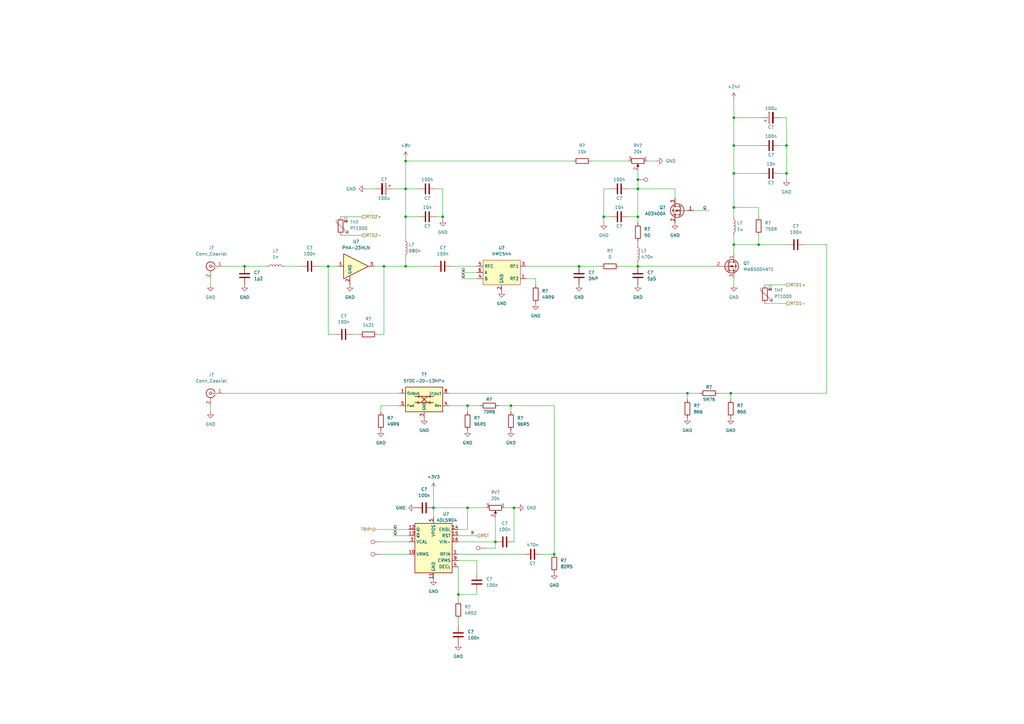
<source format=kicad_sch>
(kicad_sch (version 20211123) (generator eeschema)
  (paper "A3")
  (title_block (title "Usilitel") (date "2022-07-12") (rev "0.1") (company "M-Labs") (comment 1 "Wideband power amplifier") (comment 3 "a.k.a. topquark12") (comment 4 "Alex Wong Tat Hang"))
  (lib_symbols
    (symbol "Connector:Conn_Coaxial" (pin_names (offset 1.016) hide)
      (property "Reference" "J" (at 0.254 3.048 0))
      (property "Value" "Conn_Coaxial" (at 2.921 0 90))
      (symbol "Conn_Coaxial_0_1"
        (arc (start -1.778 -0.508) (mid 0.222 -1.808) (end 1.778 0) (stroke (width 0.254)))
        (polyline (pts (xy -2.54 0) (xy -0.508 0)))
        (polyline (pts (xy 0 -2.54) (xy 0 -1.778)))
        (circle (center 0 0) (radius 0.508) (stroke (width 0.2032)))
        (arc (start 1.778 0) (mid 0.222 1.8083) (end -1.778 0.508) (stroke (width 0.254)))
      )
      (symbol "Conn_Coaxial_1_1"
        (pin passive line (at -5.08 0 0) (length 2.54) (name "In") (number "1"))
        (pin passive line (at 0 -5.08 90) (length 2.54) (name "Ext") (number "2"))
      )
    )
    (symbol "Connector:TestPoint" (pin_numbers hide) (pin_names (offset 0.762) hide)
      (property "Reference" "TP" (at 0 6.858 0))
      (property "Value" "TestPoint" (at 0 5.08 0))
      (symbol "TestPoint_0_1"
        (circle (center 0 3.302) (radius 0.762))
      )
      (symbol "TestPoint_1_1"
        (pin passive line (at 0 0 90) (length 2.54) (name "1") (number "1"))
      )
    )
    (symbol "Device:C" (pin_numbers hide) (pin_names (offset 0.254))
      (property "Reference" "C" (at 0.635 2.54 0))
      (property "Value" "C" (at 0.635 -2.54 0))
      (symbol "C_0_1"
        (polyline (pts (xy -2.032 -0.762) (xy 2.032 -0.762)) (stroke (width 0.508)))
        (polyline (pts (xy -2.032 0.762) (xy 2.032 0.762)) (stroke (width 0.508)))
      )
      (symbol "C_1_1"
        (pin passive line (at 0 3.81 270) (length 2.794) (name "~") (number "1"))
        (pin passive line (at 0 -3.81 90) (length 2.794) (name "~") (number "2"))
      )
    )
    (symbol "Device:C_Polarized" (pin_numbers hide) (pin_names (offset 0.254))
      (property "Reference" "C" (at 0.635 2.54 0))
      (property "Value" "C_Polarized" (at 0.635 -2.54 0))
      (symbol "C_Polarized_0_1"
        (rectangle (start -2.286 0.508) (end 2.286 1.016))
        (polyline (pts (xy -1.778 2.286) (xy -0.762 2.286)))
        (polyline (pts (xy -1.27 2.794) (xy -1.27 1.778)))
        (rectangle (start 2.286 -0.508) (end -2.286 -1.016) (fill (type outline)))
      )
      (symbol "C_Polarized_1_1"
        (pin passive line (at 0 3.81 270) (length 2.794) (name "~") (number "1"))
        (pin passive line (at 0 -3.81 90) (length 2.794) (name "~") (number "2"))
      )
    )
    (symbol "Device:L" (pin_numbers hide) (pin_names (offset 1.016) hide)
      (property "Reference" "L" (at -1.27 0 90))
      (property "Value" "L" (at 1.905 0 90))
      (symbol "L_0_1"
        (arc (start 0 -2.54) (mid 0.635 -1.905) (end 0 -1.27))
        (arc (start 0 -1.27) (mid 0.635 -0.635) (end 0 0))
        (arc (start 0 0) (mid 0.635 0.635) (end 0 1.27))
        (arc (start 0 1.27) (mid 0.635 1.905) (end 0 2.54))
      )
      (symbol "L_1_1"
        (pin passive line (at 0 3.81 270) (length 1.27) (name "1") (number "1"))
        (pin passive line (at 0 -3.81 90) (length 1.27) (name "2") (number "2"))
      )
    )
    (symbol "Device:R" (pin_numbers hide) (pin_names (offset 0))
      (property "Reference" "R" (at 2.032 0 90))
      (property "Value" "R" (at 0 0 90))
      (symbol "R_0_1"
        (rectangle (start -1.016 -2.54) (end 1.016 2.54) (stroke (width 0.254)))
      )
      (symbol "R_1_1"
        (pin passive line (at 0 3.81 270) (length 1.27) (name "~") (number "1"))
        (pin passive line (at 0 -3.81 90) (length 1.27) (name "~") (number "2"))
      )
    )
    (symbol "Device:R_Potentiometer" (pin_names (offset 1.016) hide)
      (property "Reference" "RV" (at -4.445 0 90))
      (property "Value" "R_Potentiometer" (at -2.54 0 90))
      (symbol "R_Potentiometer_0_1"
        (polyline (pts (xy 2.54 0) (xy 1.524 0)))
        (polyline (pts (xy 1.143 0) (xy 2.286 0.508) (xy 2.286 -0.508) (xy 1.143 0)) (fill (type outline)))
        (rectangle (start 1.016 2.54) (end -1.016 -2.54) (stroke (width 0.254)))
      )
      (symbol "R_Potentiometer_1_1"
        (pin passive line (at 0 3.81 270) (length 1.27) (name "1") (number "1"))
        (pin passive line (at 3.81 0 180) (length 1.27) (name "2") (number "2"))
        (pin passive line (at 0 -3.81 90) (length 1.27) (name "3") (number "3"))
      )
    )
    (symbol "Device:Thermistor_PTC" (pin_numbers hide) (pin_names (offset 0))
      (property "Reference" "TH" (at -4.064 0 90))
      (property "Value" "Thermistor_PTC" (at 3.048 0 90))
      (symbol "Thermistor_PTC_0_1"
        (arc (start -3.048 2.159) (mid -3.0505 2.3165) (end -3.175 2.413))
        (arc (start -3.048 2.159) (mid -2.9736 1.9794) (end -2.794 1.905))
        (arc (start -3.048 2.794) (mid -2.9736 2.6144) (end -2.794 2.54))
        (arc (start -2.794 1.905) (mid -2.6144 1.9794) (end -2.54 2.159))
        (arc (start -2.794 2.54) (mid -2.434 2.5608) (end -2.159 2.794))
        (arc (start -2.794 3.048) (mid -2.9736 2.9736) (end -3.048 2.794))
        (arc (start -2.54 2.794) (mid -2.6144 2.9736) (end -2.794 3.048))
        (rectangle (start -1.016 2.54) (end 1.016 -2.54) (stroke (width 0.254)))
        (polyline (pts (xy -2.54 2.159) (xy -2.54 2.794)))
        (polyline (pts (xy -1.778 2.54) (xy -1.778 1.524) (xy 1.778 -1.524) (xy 1.778 -2.54)))
        (polyline (pts (xy -2.54 -3.683) (xy -2.54 -1.397) (xy -2.794 -2.159) (xy -2.286 -2.159) (xy -2.54 -1.397) (xy -2.54 -1.651)) (fill (type outline)))
        (polyline (pts (xy -1.778 -3.683) (xy -1.778 -1.397) (xy -2.032 -2.159) (xy -1.524 -2.159) (xy -1.778 -1.397) (xy -1.778 -1.651)) (fill (type outline)))
      )
      (symbol "Thermistor_PTC_1_1"
        (pin passive line (at 0 3.81 270) (length 1.27) (name "~") (number "1"))
        (pin passive line (at 0 -3.81 90) (length 1.27) (name "~") (number "2"))
      )
    )
    (symbol "RF:ADL5904"
      (property "Reference" "U" (at -6.35 11.43 0))
      (property "Value" "ADL5904" (at 5.08 11.43 0))
      (symbol "ADL5904_0_1"
        (rectangle (start -7.62 10.16) (end 7.62 -10.16) (stroke (width 0.254)) (fill (type background)))
      )
      (symbol "ADL5904_1_1"
        (pin input line (at -10.16 -2.54 0) (length 2.54) (name "RFIN") (number "1"))
        (pin output line (at 10.16 -2.54 180) (length 2.54) (name "VRMS") (number "10"))
        (pin power_in line (at 0 -12.7 90) (length 2.54) (name "GND") (number "11"))
        (pin output line (at 10.16 7.62 180) (length 2.54) (name "Q") (number "12"))
        (pin output line (at 10.16 5.08 180) (length 2.54) (name "~{Q}") (number "13"))
        (pin input line (at -10.16 7.62 0) (length 2.54) (name "ENBL") (number "14"))
        (pin input line (at -10.16 5.08 0) (length 2.54) (name "RST") (number "15"))
        (pin input line (at -10.16 2.54 0) (length 2.54) (name "VIN-") (number "16"))
        (pin passive line (at 0 -12.7 90) (length 2.54) hide (name "GND") (number "17"))
        (pin no_connect line (at 7.62 0 180) (length 2.54) hide (name "DNC") (number "2"))
        (pin output line (at 10.16 2.54 180) (length 2.54) (name "VCAL") (number "3"))
        (pin passive line (at -10.16 -7.62 0) (length 2.54) (name "DECL") (number "4"))
        (pin power_in line (at 0 12.7 270) (length 2.54) (name "VPOS") (number "5"))
        (pin no_connect line (at 7.62 -5.08 180) (length 2.54) hide (name "DNC") (number "6"))
        (pin passive line (at 0 12.7 270) (length 2.54) hide (name "VPOS") (number "7"))
        (pin no_connect line (at 7.62 -7.62 180) (length 2.54) hide (name "DNC") (number "8"))
        (pin passive line (at -10.16 -5.08 0) (length 2.54) (name "CRMS") (number "9"))
      )
    )
    (symbol "RF_Amplifier:PHA-23HLN"
      (property "Reference" "U" (at -1.27 7.62 0))
      (property "Value" "PHA-23HLN" (at 2.54 5.08 0))
      (symbol "PHA-23HLN_0_1"
        (polyline (pts (xy 5.08 0) (xy -5.08 5.08) (xy -5.08 -5.08) (xy 5.08 0)) (stroke (width 0.254)) (fill (type background)))
      )
      (symbol "PHA-23HLN_1_1"
        (pin input line (at -7.62 0 0) (length 2.54) (name "~") (number "1"))
        (pin power_in line (at -2.54 -7.62 90) (length 3.81) (name "GND") (number "2"))
        (pin output line (at 7.62 0 180) (length 2.54) (name "~") (number "3"))
      )
    )
    (symbol "Transistor_FET:AO3400A" (pin_names hide)
      (property "Reference" "Q" (at 5.08 1.905 0))
      (property "Value" "AO3400A" (at 5.08 0 0))
      (symbol "AO3400A_0_1"
        (polyline (pts (xy 0.254 0) (xy -2.54 0)))
        (polyline (pts (xy 0.254 1.905) (xy 0.254 -1.905)) (stroke (width 0.254)))
        (polyline (pts (xy 0.762 -1.27) (xy 0.762 -2.286)) (stroke (width 0.254)))
        (polyline (pts (xy 0.762 0.508) (xy 0.762 -0.508)) (stroke (width 0.254)))
        (polyline (pts (xy 0.762 2.286) (xy 0.762 1.27)) (stroke (width 0.254)))
        (polyline (pts (xy 2.54 2.54) (xy 2.54 1.778)))
        (polyline (pts (xy 2.54 -2.54) (xy 2.54 0) (xy 0.762 0)))
        (polyline (pts (xy 0.762 -1.778) (xy 3.302 -1.778) (xy 3.302 1.778) (xy 0.762 1.778)))
        (polyline (pts (xy 1.016 0) (xy 2.032 0.381) (xy 2.032 -0.381) (xy 1.016 0)) (fill (type outline)))
        (polyline (pts (xy 2.794 0.508) (xy 2.921 0.381) (xy 3.683 0.381) (xy 3.81 0.254)))
        (polyline (pts (xy 3.302 0.381) (xy 2.921 -0.254) (xy 3.683 -0.254) (xy 3.302 0.381)))
        (circle (center 1.651 0) (radius 2.794) (stroke (width 0.254)))
        (circle (center 2.54 -1.778) (radius 0.254) (fill (type outline)))
        (circle (center 2.54 1.778) (radius 0.254) (fill (type outline)))
      )
      (symbol "AO3400A_1_1"
        (pin input line (at -5.08 0 0) (length 2.54) (name "G") (number "1"))
        (pin passive line (at 2.54 -5.08 90) (length 2.54) (name "S") (number "2"))
        (pin passive line (at 2.54 5.08 270) (length 2.54) (name "D") (number "3"))
      )
    )
    (symbol "power:+24V" (power) (pin_names (offset 0))
      (property "Value" "+24V" (at 0 3.556 0))
      (symbol "+24V_0_1"
        (polyline (pts (xy -0.762 1.27) (xy 0 2.54)))
        (polyline (pts (xy 0 0) (xy 0 2.54)))
        (polyline (pts (xy 0 2.54) (xy 0.762 1.27)))
      )
      (symbol "+24V_1_1"
        (pin power_in line (at 0 0 90) (length 0) hide (name "+24V") (number "1"))
      )
    )
    (symbol "power:+3V3" (power) (pin_names (offset 0))
      (property "Value" "+3V3" (at 0 3.556 0))
      (symbol "+3V3_0_1"
        (polyline (pts (xy -0.762 1.27) (xy 0 2.54)))
        (polyline (pts (xy 0 0) (xy 0 2.54)))
        (polyline (pts (xy 0 2.54) (xy 0.762 1.27)))
      )
      (symbol "+3V3_1_1"
        (pin power_in line (at 0 0 90) (length 0) hide (name "+3V3") (number "1"))
      )
    )
    (symbol "power:+8V" (power) (pin_names (offset 0))
      (property "Value" "+8V" (at 0 3.556 0))
      (symbol "+8V_0_1"
        (polyline (pts (xy -0.762 1.27) (xy 0 2.54)))
        (polyline (pts (xy 0 0) (xy 0 2.54)))
        (polyline (pts (xy 0 2.54) (xy 0.762 1.27)))
      )
      (symbol "+8V_1_1"
        (pin power_in line (at 0 0 90) (length 0) hide (name "+8V") (number "1"))
      )
    )
    (symbol "power:GND" (power) (pin_names (offset 0))
      (property "Value" "GND" (at 0 -3.81 0))
      (symbol "GND_0_1"
        (polyline (pts (xy 0 0) (xy 0 -1.27) (xy 1.27 -1.27) (xy 0 -2.54) (xy -1.27 -1.27) (xy 0 -1.27)))
      )
      (symbol "GND_1_1"
        (pin power_in line (at 0 0 270) (length 0) hide (name "GND") (number "1"))
      )
    )
    (symbol "usilitel:HMC544"
      (property "Reference" "U" (at 0 10.16 0))
      (property "Value" "HMC544" (at 0 7.62 0))
      (symbol "HMC544_0_0"
        (pin output line (at 10.16 -2.54 180) (length 2.54) (name "RF2") (number "1"))
        (pin power_in line (at 0 -7.62 90) (length 2.54) (name "GND") (number "2"))
        (pin output line (at 10.16 2.54 180) (length 2.54) (name "RF1") (number "3"))
        (pin input line (at -10.16 -2.54 0) (length 2.54) (name "B") (number "4"))
        (pin input line (at -10.16 2.54 0) (length 2.54) (name "RFC") (number "5"))
        (pin input line (at -10.16 0 0) (length 2.54) (name "A") (number "6"))
      )
      (symbol "HMC544_0_1"
        (rectangle (start -7.62 5.08) (end 7.62 -5.08) (fill (type background)))
      )
    )
    (symbol "usilitel:MW6S004NT1"
      (property "Reference" "Q" (at 10.16 2.54 0))
      (property "Value" "MW6S004NT1" (at 10.16 0 0))
      (symbol "MW6S004NT1_0_1"
        (circle (center -0.889 0) (radius 2.794) (stroke (width 0.254)))
        (circle (center 0 -1.778) (radius 0.254) (fill (type outline)))
        (polyline (pts (xy -2.286 0) (xy -5.08 0)))
        (polyline (pts (xy -2.286 1.905) (xy -2.286 -1.905)) (stroke (width 0.254)))
        (polyline (pts (xy -1.778 -1.27) (xy -1.778 -2.286)) (stroke (width 0.254)))
        (polyline (pts (xy -1.778 0.508) (xy -1.778 -0.508)) (stroke (width 0.254)))
        (polyline (pts (xy -1.778 2.286) (xy -1.778 1.27)) (stroke (width 0.254)))
        (polyline (pts (xy 0 2.54) (xy 0 1.778)))
        (polyline (pts (xy 0 -2.54) (xy 0 0) (xy -1.778 0)))
        (polyline (pts (xy -1.778 -1.778) (xy 0.762 -1.778) (xy 0.762 1.778) (xy -1.778 1.778)))
        (polyline (pts (xy -1.524 0) (xy -0.508 0.381) (xy -0.508 -0.381) (xy -1.524 0)) (fill (type outline)))
        (polyline (pts (xy 0.254 0.508) (xy 0.381 0.381) (xy 1.143 0.381) (xy 1.27 0.254)))
        (polyline (pts (xy 0.762 0.381) (xy 0.381 -0.254) (xy 1.143 -0.254) (xy 0.762 0.381)))
        (circle (center 0 1.778) (radius 0.254) (fill (type outline)))
      )
      (symbol "MW6S004NT1_1_1"
        (pin passive line (at 0 5.08 270) (length 2.54) (name "D") (number "1"))
        (pin input line (at -7.62 0 0) (length 2.54) (name "G") (number "2"))
        (pin passive line (at 0 -5.08 90) (length 2.54) (name "S") (number "3"))
        (pin passive line (at 0 -5.08 90) (length 2.54) hide (name "S") (number "4"))
      )
    )
    (symbol "usilitel:SYDC-20-13HP+"
      (property "Reference" "T" (at 0 10.16 0))
      (property "Value" "SYDC-20-13HP+" (at 0 7.62 0))
      (symbol "SYDC-20-13HP+_0_0"
        (pin power_in line (at 0 -7.62 90) (length 2.54) hide (name "GND") (number "7"))
        (pin input line (at -10.16 2.54 0) (length 2.54) (name "Input") (number "8"))
      )
      (symbol "SYDC-20-13HP+_0_1"
        (rectangle (start -7.62 5.08) (end 7.62 -5.08) (stroke (width 0.254)) (fill (type background)))
      )
      (symbol "SYDC-20-13HP+_1_1"
        (polyline (pts (xy -3.81 -1.27) (xy 3.81 -1.27)) (stroke (width 0.254)))
        (polyline (pts (xy -3.81 1.27) (xy 3.81 1.27)) (stroke (width 0.254)))
        (polyline (pts (xy -2.54 -1.27) (xy -2.032 -1.778)) (stroke (width 0.254)))
        (polyline (pts (xy -2.54 1.778) (xy -2.032 1.27)) (stroke (width 0.254)))
        (polyline (pts (xy -2.032 -0.762) (xy -2.54 -1.27)) (stroke (width 0.254)))
        (polyline (pts (xy -2.032 1.27) (xy -2.54 0.762)) (stroke (width 0.254)))
        (polyline (pts (xy -1.27 1.27) (xy 1.27 -1.27)) (stroke (width 0.254)))
        (polyline (pts (xy 1.27 1.27) (xy -1.27 -1.27)) (stroke (width 0.254)))
        (polyline (pts (xy 2.032 1.778) (xy 2.54 1.27)) (stroke (width 0.254)))
        (polyline (pts (xy 2.286 -0.762) (xy 2.794 -1.27)) (stroke (width 0.254)))
        (polyline (pts (xy 2.54 1.27) (xy 2.032 0.762)) (stroke (width 0.254)))
        (polyline (pts (xy 2.794 -1.27) (xy 2.286 -1.778)) (stroke (width 0.254)))
        (pin output line (at 10.16 2.54 180) (length 2.54) (name "Output") (number "1"))
        (pin power_in line (at 0 -7.62 90) (length 2.54) hide (name "GND") (number "2"))
        (pin power_in line (at 0 -7.62 90) (length 2.54) (name "GND") (number "3"))
        (pin output line (at -10.16 -2.54 0) (length 2.54) (name "Rev") (number "4"))
        (pin output line (at 10.16 -2.54 180) (length 2.54) (name "Fwd") (number "5"))
        (pin power_in line (at 0 -7.62 90) (length 2.54) hide (name "GND") (number "6"))
      )
    )
  )
  (junction (at 300.99 100.33))
  (junction (at 166.37 88.9))
  (junction (at 322.58 59.69))
  (junction (at 227.33 227.33))
  (junction (at 261.62 109.22))
  (junction (at 203.2 222.25))
  (junction (at 166.37 66.04))
  (junction (at 237.49 109.22))
  (junction (at 247.65 88.9))
  (junction (at 261.62 73.66))
  (junction (at 300.99 71.12))
  (junction (at 299.72 161.29))
  (junction (at 210.82 208.28))
  (junction (at 261.62 77.47))
  (junction (at 191.77 208.28))
  (junction (at 157.48 109.22))
  (junction (at 281.94 161.29))
  (junction (at 191.77 166.37))
  (junction (at 300.99 48.26))
  (junction (at 261.62 88.9))
  (junction (at 181.61 88.9))
  (junction (at 100.33 109.22))
  (junction (at 187.96 243.84))
  (junction (at 300.99 85.09))
  (junction (at 322.58 71.12))
  (junction (at 166.37 77.47))
  (junction (at 134.62 109.22))
  (junction (at 209.55 166.37))
  (junction (at 166.37 109.22))
  (junction (at 177.8 208.28))
  (junction (at 311.15 100.33))
  (junction (at 300.99 59.69))
  (wire (pts (xy 191.77 217.17) (xy 187.96 217.17)))
  (wire (pts (xy 156.21 222.25) (xy 167.64 222.25)))
  (wire (pts (xy 156.21 227.33) (xy 167.64 227.33)))
  (wire (pts (xy 189.23 114.3) (xy 195.58 114.3)))
  (wire (pts (xy 130.81 109.22) (xy 134.62 109.22)))
  (wire (pts (xy 86.36 168.91) (xy 86.36 166.37)))
  (wire (pts (xy 177.8 208.28) (xy 191.77 208.28)))
  (wire (pts (xy 195.58 242.57) (xy 195.58 243.84)))
  (wire (pts (xy 281.94 161.29) (xy 281.94 163.83)))
  (wire (pts (xy 299.72 161.29) (xy 339.09 161.29)))
  (wire (pts (xy 204.47 166.37) (xy 209.55 166.37)))
  (wire (pts (xy 139.7 96.52) (xy 148.59 96.52)))
  (wire (pts (xy 261.62 77.47) (xy 261.62 88.9)))
  (wire (pts (xy 187.96 232.41) (xy 187.96 243.84)))
  (wire (pts (xy 209.55 166.37) (xy 209.55 168.91)))
  (wire (pts (xy 181.61 88.9) (xy 181.61 77.47)))
  (wire (pts (xy 177.8 200.66) (xy 177.8 208.28)))
  (wire (pts (xy 222.25 227.33) (xy 227.33 227.33)))
  (wire (pts (xy 300.99 96.52) (xy 300.99 100.33)))
  (wire (pts (xy 276.86 77.47) (xy 276.86 81.28)))
  (wire (pts (xy 300.99 71.12) (xy 312.42 71.12)))
  (wire (pts (xy 157.48 137.16) (xy 157.48 109.22)))
  (wire (pts (xy 187.96 229.87) (xy 195.58 229.87)))
  (wire (pts (xy 166.37 88.9) (xy 171.45 88.9)))
  (wire (pts (xy 300.99 40.64) (xy 300.99 48.26)))
  (wire (pts (xy 300.99 48.26) (xy 300.99 59.69)))
  (wire (pts (xy 144.78 137.16) (xy 147.32 137.16)))
  (wire (pts (xy 247.65 77.47) (xy 247.65 88.9)))
  (wire (pts (xy 137.16 137.16) (xy 134.62 137.16)))
  (wire (pts (xy 100.33 109.22) (xy 109.22 109.22)))
  (wire (pts (xy 284.48 86.36) (xy 290.83 86.36)))
  (wire (pts (xy 139.7 88.9) (xy 148.59 88.9)))
  (wire (pts (xy 134.62 109.22) (xy 138.43 109.22)))
  (wire (pts (xy 311.15 85.09) (xy 300.99 85.09)))
  (wire (pts (xy 154.94 137.16) (xy 157.48 137.16)))
  (wire (pts (xy 166.37 109.22) (xy 177.8 109.22)))
  (wire (pts (xy 242.57 66.04) (xy 257.81 66.04)))
  (wire (pts (xy 177.8 208.28) (xy 177.8 212.09)))
  (wire (pts (xy 86.36 116.84) (xy 86.36 114.3)))
  (wire (pts (xy 261.62 107.95) (xy 261.62 109.22)))
  (wire (pts (xy 187.96 222.25) (xy 203.2 222.25)))
  (wire (pts (xy 166.37 77.47) (xy 171.45 77.47)))
  (wire (pts (xy 265.43 66.04) (xy 269.24 66.04)))
  (wire (pts (xy 166.37 88.9) (xy 166.37 77.47)))
  (wire (pts (xy 300.99 59.69) (xy 312.42 59.69)))
  (wire (pts (xy 161.29 77.47) (xy 166.37 77.47)))
  (wire (pts (xy 261.62 69.85) (xy 261.62 73.66)))
  (wire (pts (xy 339.09 161.29) (xy 339.09 100.33)))
  (wire (pts (xy 184.15 166.37) (xy 191.77 166.37)))
  (wire (pts (xy 330.2 100.33) (xy 339.09 100.33)))
  (wire (pts (xy 311.15 96.52) (xy 311.15 100.33)))
  (wire (pts (xy 187.96 243.84) (xy 195.58 243.84)))
  (wire (pts (xy 210.82 208.28) (xy 210.82 222.25)))
  (wire (pts (xy 261.62 99.06) (xy 261.62 100.33)))
  (wire (pts (xy 203.2 224.79) (xy 203.2 222.25)))
  (wire (pts (xy 187.96 243.84) (xy 187.96 246.38)))
  (wire (pts (xy 311.15 100.33) (xy 322.58 100.33)))
  (wire (pts (xy 161.29 219.71) (xy 167.64 219.71)))
  (wire (pts (xy 207.01 208.28) (xy 210.82 208.28)))
  (wire (pts (xy 320.04 48.26) (xy 322.58 48.26)))
  (wire (pts (xy 234.95 66.04) (xy 166.37 66.04)))
  (wire (pts (xy 247.65 88.9) (xy 247.65 91.44)))
  (wire (pts (xy 181.61 77.47) (xy 179.07 77.47)))
  (wire (pts (xy 254 109.22) (xy 261.62 109.22)))
  (wire (pts (xy 281.94 161.29) (xy 287.02 161.29)))
  (wire (pts (xy 166.37 88.9) (xy 166.37 97.79)))
  (wire (pts (xy 257.81 88.9) (xy 261.62 88.9)))
  (wire (pts (xy 300.99 100.33) (xy 311.15 100.33)))
  (wire (pts (xy 181.61 88.9) (xy 181.61 90.17)))
  (wire (pts (xy 294.64 161.29) (xy 299.72 161.29)))
  (wire (pts (xy 261.62 77.47) (xy 276.86 77.47)))
  (wire (pts (xy 320.04 59.69) (xy 322.58 59.69)))
  (wire (pts (xy 215.9 114.3) (xy 219.71 114.3)))
  (wire (pts (xy 157.48 109.22) (xy 153.67 109.22)))
  (wire (pts (xy 210.82 208.28) (xy 212.09 208.28)))
  (wire (pts (xy 261.62 73.66) (xy 261.62 77.47)))
  (wire (pts (xy 157.48 109.22) (xy 166.37 109.22)))
  (wire (pts (xy 300.99 85.09) (xy 300.99 88.9)))
  (wire (pts (xy 322.58 59.69) (xy 322.58 71.12)))
  (wire (pts (xy 313.69 124.46) (xy 322.58 124.46)))
  (wire (pts (xy 203.2 212.09) (xy 203.2 222.25)))
  (wire (pts (xy 312.42 48.26) (xy 300.99 48.26)))
  (wire (pts (xy 191.77 208.28) (xy 199.39 208.28)))
  (wire (pts (xy 300.99 100.33) (xy 300.99 104.14)))
  (wire (pts (xy 215.9 109.22) (xy 237.49 109.22)))
  (wire (pts (xy 322.58 71.12) (xy 320.04 71.12)))
  (wire (pts (xy 195.58 229.87) (xy 195.58 234.95)))
  (wire (pts (xy 191.77 208.28) (xy 191.77 217.17)))
  (wire (pts (xy 134.62 137.16) (xy 134.62 109.22)))
  (wire (pts (xy 187.96 227.33) (xy 214.63 227.33)))
  (wire (pts (xy 156.21 168.91) (xy 156.21 166.37)))
  (wire (pts (xy 299.72 161.29) (xy 299.72 163.83)))
  (wire (pts (xy 199.39 224.79) (xy 203.2 224.79)))
  (wire (pts (xy 247.65 88.9) (xy 250.19 88.9)))
  (wire (pts (xy 227.33 227.33) (xy 227.33 166.37)))
  (wire (pts (xy 300.99 59.69) (xy 300.99 71.12)))
  (wire (pts (xy 166.37 64.77) (xy 166.37 66.04)))
  (wire (pts (xy 191.77 166.37) (xy 196.85 166.37)))
  (wire (pts (xy 227.33 166.37) (xy 209.55 166.37)))
  (wire (pts (xy 311.15 88.9) (xy 311.15 85.09)))
  (wire (pts (xy 322.58 48.26) (xy 322.58 59.69)))
  (wire (pts (xy 179.07 88.9) (xy 181.61 88.9)))
  (wire (pts (xy 153.67 217.17) (xy 167.64 217.17)))
  (wire (pts (xy 300.99 114.3) (xy 300.99 116.84)))
  (wire (pts (xy 219.71 114.3) (xy 219.71 116.84)))
  (wire (pts (xy 91.44 161.29) (xy 163.83 161.29)))
  (wire (pts (xy 313.69 116.84) (xy 322.58 116.84)))
  (wire (pts (xy 166.37 105.41) (xy 166.37 109.22)))
  (wire (pts (xy 156.21 166.37) (xy 163.83 166.37)))
  (wire (pts (xy 257.81 77.47) (xy 261.62 77.47)))
  (wire (pts (xy 116.84 109.22) (xy 123.19 109.22)))
  (wire (pts (xy 250.19 77.47) (xy 247.65 77.47)))
  (wire (pts (xy 261.62 109.22) (xy 293.37 109.22)))
  (wire (pts (xy 191.77 166.37) (xy 191.77 168.91)))
  (wire (pts (xy 237.49 109.22) (xy 246.38 109.22)))
  (wire (pts (xy 300.99 71.12) (xy 300.99 85.09)))
  (wire (pts (xy 185.42 109.22) (xy 195.58 109.22)))
  (wire (pts (xy 166.37 66.04) (xy 166.37 77.47)))
  (wire (pts (xy 187.96 254) (xy 187.96 256.54)))
  (wire (pts (xy 187.96 219.71) (xy 195.58 219.71)))
  (wire (pts (xy 261.62 88.9) (xy 261.62 91.44)))
  (wire (pts (xy 149.86 77.47) (xy 153.67 77.47)))
  (wire (pts (xy 91.44 109.22) (xy 100.33 109.22)))
  (wire (pts (xy 189.23 111.76) (xy 195.58 111.76)))
  (wire (pts (xy 322.58 71.12) (xy 322.58 73.66)))
  (wire (pts (xy 184.15 161.29) (xy 281.94 161.29)))
  (label "Q" (at 189.23 111.76 0))
  (label "~{Q}" (at 189.23 114.3 0))
  (label "Q" (at 288.29 86.36 0))
  (label "~{Q}" (at 161.29 219.71 0))
  (label "Q" (at 161.29 217.17 0))
  (label "R" (at 193.04 219.71 0))
  (hierarchical_label "RTD2-" (shape passive) (at 148.59 96.52 0))
  (hierarchical_label "RTD1+" (shape passive) (at 322.58 116.84 0))
  (hierarchical_label "RTD1-" (shape passive) (at 322.58 124.46 0))
  (hierarchical_label "RTD2+" (shape passive) (at 148.59 88.9 0))
  (hierarchical_label "RST" (shape input) (at 195.58 219.71 0))
  (hierarchical_label "TRIP" (shape output) (at 153.67 217.17 180))
  (symbol (lib_id "Device:L") (at 166.37 101.6 0) (unit 1)
    (property "Reference" "L?" (at 167.64 100.3299 0) (effects (justify left)))
    (property "Value" "680n" (at 167.64 102.8699 0) (effects (justify left)))
  )
  (symbol (lib_id "power:GND") (at 86.36 168.91 0) (unit 1)
    (property "Reference" "#PWR?" (effects hide))
    (property "Value" "GND" (at 86.36 173.99 0))
  )
  (symbol (lib_id "power:GND") (at 300.99 116.84 0) (unit 1)
    (property "Reference" "#PWR?" (effects hide))
    (property "Value" "GND" (at 300.99 121.92 0))
  )
  (symbol (lib_id "power:GND") (at 177.8 237.49 0) (unit 1)
    (property "Reference" "#PWR?" (effects hide))
    (property "Value" "GND" (at 177.8 242.57 0))
  )
  (symbol (lib_id "RF_Amplifier:PHA-23HLN") (at 146.05 109.22 0) (unit 1)
    (property "Reference" "U?" (at 146.05 99.06 0))
    (property "Value" "PHA-23HLN" (at 146.05 101.6 0))
    (property "Footprint" "Package_TO_SOT_SMD:SOT-89-3" (effects hide))
    (property "Datasheet" "https://www.minicircuits.com/pdfs/PHA-23HLN+.pdf" (effects hide))
  )
  (symbol (lib_id "Device:C") (at 195.58 238.76 0) (unit 1)
    (property "Reference" "C?" (at 199.39 237.4899 0) (effects (justify left)))
    (property "Value" "100n" (at 199.39 240.0299 0) (effects (justify left)))
  )
  (symbol (lib_id "Device:R") (at 156.21 172.72 0) (unit 1)
    (property "Reference" "R?" (at 158.75 171.4499 0) (effects (justify left)))
    (property "Value" "49R9" (at 158.75 173.9899 0) (effects (justify left)))
  )
  (symbol (lib_id "Device:L") (at 113.03 109.22 90) (unit 1)
    (property "Reference" "L?" (at 113.03 102.87 90))
    (property "Value" "1n" (at 113.03 105.41 90))
  )
  (symbol (lib_id "power:GND") (at 237.49 116.84 0) (unit 1)
    (property "Reference" "#PWR?" (effects hide))
    (property "Value" "GND" (at 237.49 121.92 0))
  )
  (symbol (lib_id "Device:R") (at 290.83 161.29 90) (unit 1)
    (property "Reference" "R?" (at 290.83 158.75 90))
    (property "Value" "5R76" (at 290.83 163.83 90))
  )
  (symbol (lib_id "Connector:TestPoint") (at 199.39 224.79 90) (unit 1)
    (property "Reference" "TP?" (effects hide))
    (property "Value" "TestPoint" (effects hide))
  )
  (symbol (lib_id "Transistor_FET:AO3400A") (at 279.4 86.36 0) (mirror y) (unit 1)
    (property "Reference" "Q?" (at 273.05 85.0899 0) (effects (justify left)))
    (property "Value" "AO3400A" (at 273.05 87.6299 0) (effects (justify left)))
    (property "Footprint" "Package_TO_SOT_SMD:SOT-23" (effects hide))
    (property "Datasheet" "http://www.aosmd.com/pdfs/datasheet/AO3400A.pdf" (effects hide))
  )
  (symbol (lib_id "power:GND") (at 219.71 124.46 0) (unit 1)
    (property "Reference" "#PWR?" (effects hide))
    (property "Value" "GND" (at 219.71 129.54 0))
  )
  (symbol (lib_id "Device:L") (at 300.99 92.71 0) (unit 1)
    (property "Reference" "L?" (at 302.26 91.4399 0) (effects (justify left)))
    (property "Value" "1u" (at 302.26 93.9799 0) (effects (justify left)))
  )
  (symbol (lib_id "Device:R") (at 151.13 137.16 90) (unit 1)
    (property "Reference" "R?" (at 151.13 130.81 90))
    (property "Value" "1k21" (at 151.13 133.35 90))
  )
  (symbol (lib_id "Connector:Conn_Coaxial") (at 86.36 161.29 0) (mirror y) (unit 1)
    (property "Reference" "J?" (at 86.6774 153.67 0))
    (property "Value" "Conn_Coaxial" (at 86.6774 156.21 0))
    (property "Datasheet" " ~" (effects hide))
  )
  (symbol (lib_id "power:GND") (at 191.77 176.53 0) (unit 1)
    (property "Reference" "#PWR?" (effects hide))
    (property "Value" "GND" (at 191.77 181.61 0))
  )
  (symbol (lib_id "Device:R") (at 191.77 172.72 0) (unit 1)
    (property "Reference" "R?" (at 194.31 171.4499 0) (effects (justify left)))
    (property "Value" "96R5" (at 194.31 173.9899 0) (effects (justify left)))
  )
  (symbol (lib_id "Connector:Conn_Coaxial") (at 86.36 109.22 0) (mirror y) (unit 1)
    (property "Reference" "J?" (at 86.6774 101.6 0))
    (property "Value" "Conn_Coaxial" (at 86.6774 104.14 0))
    (property "Datasheet" " ~" (effects hide))
  )
  (symbol (lib_id "Device:C") (at 187.96 260.35 0) (unit 1)
    (property "Reference" "C?" (at 191.77 259.0799 0) (effects (justify left)))
    (property "Value" "100n" (at 191.77 261.6199 0) (effects (justify left)))
  )
  (symbol (lib_id "Device:C") (at 261.62 113.03 0) (unit 1)
    (property "Reference" "C?" (at 265.43 111.7599 0) (effects (justify left)))
    (property "Value" "5p5" (at 265.43 114.2999 0) (effects (justify left)))
  )
  (symbol (lib_id "Device:Thermistor_PTC") (at 313.69 120.65 180) (unit 1)
    (property "Reference" "TH?" (at 317.5 119.0624 0) (effects (justify right)))
    (property "Value" "PT1000" (at 317.5 121.6024 0) (effects (justify right)))
  )
  (symbol (lib_id "Device:C") (at 254 88.9 90) (unit 1)
    (property "Reference" "C?" (at 254 92.71 90))
    (property "Value" "10n" (at 254 85.09 90))
  )
  (symbol (lib_id "power:GND") (at 281.94 171.45 0) (unit 1)
    (property "Reference" "#PWR?" (effects hide))
    (property "Value" "GND" (at 281.94 176.53 0))
  )
  (symbol (lib_id "Device:C") (at 218.44 227.33 90) (unit 1)
    (property "Reference" "C?" (at 218.44 231.14 90))
    (property "Value" "470n" (at 218.44 223.52 90))
  )
  (symbol (lib_id "Device:C") (at 173.99 208.28 90) (unit 1)
    (property "Reference" "C?" (at 173.99 200.66 90))
    (property "Value" "100n" (at 173.99 203.2 90))
  )
  (symbol (lib_id "Device:R") (at 209.55 172.72 0) (unit 1)
    (property "Reference" "R?" (at 212.09 171.4499 0) (effects (justify left)))
    (property "Value" "96R5" (at 212.09 173.9899 0) (effects (justify left)))
  )
  (symbol (lib_id "Device:R") (at 238.76 66.04 90) (unit 1)
    (property "Reference" "R?" (at 238.76 59.69 90))
    (property "Value" "10k" (at 238.76 62.23 90))
  )
  (symbol (lib_id "Device:L") (at 261.62 104.14 0) (unit 1)
    (property "Reference" "L?" (at 262.89 102.8699 0) (effects (justify left)))
    (property "Value" "470n" (at 262.89 105.4099 0) (effects (justify left)))
  )
  (symbol (lib_id "Device:C") (at 181.61 109.22 90) (unit 1)
    (property "Reference" "C?" (at 181.61 101.6 90))
    (property "Value" "100n" (at 181.61 104.14 90))
  )
  (symbol (lib_id "Device:R_Potentiometer") (at 261.62 66.04 270) (unit 1)
    (property "Reference" "RV?" (at 261.62 59.69 90))
    (property "Value" "20k" (at 261.62 62.23 90))
  )
  (symbol (lib_id "Device:C") (at 140.97 137.16 90) (unit 1)
    (property "Reference" "C?" (at 140.97 129.54 90))
    (property "Value" "100n" (at 140.97 132.08 90))
  )
  (symbol (lib_id "Device:C") (at 316.23 71.12 270) (mirror x) (unit 1)
    (property "Reference" "C?" (at 316.23 74.93 90))
    (property "Value" "10n" (at 316.23 67.31 90))
  )
  (symbol (lib_id "power:GND") (at 299.72 171.45 0) (unit 1)
    (property "Reference" "#PWR?" (effects hide))
    (property "Value" "GND" (at 299.72 176.53 0))
  )
  (symbol (lib_id "Device:C") (at 254 77.47 90) (unit 1)
    (property "Reference" "C?" (at 254 81.28 90))
    (property "Value" "100n" (at 254 73.66 90))
  )
  (symbol (lib_id "power:GND") (at 181.61 90.17 0) (unit 1)
    (property "Reference" "#PWR?" (effects hide))
    (property "Value" "GND" (at 181.61 95.25 0))
  )
  (symbol (lib_id "power:+8V") (at 166.37 64.77 0) (unit 1)
    (property "Reference" "#PWR?" (effects hide))
    (property "Value" "+8V" (at 166.37 59.69 0))
  )
  (symbol (lib_id "power:GND") (at 276.86 91.44 0) (unit 1)
    (property "Reference" "#PWR?" (effects hide))
    (property "Value" "GND" (at 276.86 96.52 0))
  )
  (symbol (lib_id "usilitel:SYDC-20-13HP+") (at 173.99 163.83 0) (mirror y) (unit 1)
    (property "Reference" "T?" (at 173.99 153.67 0))
    (property "Value" "SYDC-20-13HP+" (at 173.99 156.21 0))
    (property "Footprint" "usilitel:AH202-1" (effects hide))
  )
  (symbol (lib_id "power:GND") (at 86.36 116.84 0) (unit 1)
    (property "Reference" "#PWR?" (effects hide))
    (property "Value" "GND" (at 86.36 121.92 0))
  )
  (symbol (lib_id "power:+3V3") (at 177.8 200.66 0) (unit 1)
    (property "Reference" "#PWR?" (effects hide))
    (property "Value" "+3V3" (at 177.8 195.58 0))
  )
  (symbol (lib_id "Device:R") (at 200.66 166.37 90) (unit 1)
    (property "Reference" "R?" (at 200.66 163.83 90))
    (property "Value" "70R6" (at 200.66 168.91 90))
  )
  (symbol (lib_id "power:GND") (at 322.58 73.66 0) (mirror y) (unit 1)
    (property "Reference" "#PWR?" (effects hide))
    (property "Value" "GND" (at 322.58 78.74 0))
  )
  (symbol (lib_id "Device:R") (at 187.96 250.19 0) (unit 1)
    (property "Reference" "R?" (at 190.5 248.9199 0) (effects (justify left)))
    (property "Value" "4R02" (at 190.5 251.4599 0) (effects (justify left)))
  )
  (symbol (lib_id "Device:C") (at 207.01 222.25 90) (unit 1)
    (property "Reference" "C?" (at 207.01 214.63 90))
    (property "Value" "100n" (at 207.01 217.17 90))
  )
  (symbol (lib_id "Device:R") (at 219.71 120.65 0) (unit 1)
    (property "Reference" "R?" (at 222.25 119.3799 0) (effects (justify left)))
    (property "Value" "49R9" (at 222.25 121.9199 0) (effects (justify left)))
  )
  (symbol (lib_id "Device:C") (at 175.26 88.9 90) (unit 1)
    (property "Reference" "C?" (at 175.26 92.71 90))
    (property "Value" "10n" (at 175.26 85.09 90))
  )
  (symbol (lib_id "RF:ADL5904") (at 177.8 224.79 0) (mirror y) (unit 1)
    (property "Reference" "U?" (at 181.61 210.82 0) (effects (justify right)))
    (property "Value" "ADL5904" (at 179.07 213.36 0) (effects (justify right)))
    (property "Footprint" "Package_CSP:LFCSP-16-1EP_3x3mm_P0.5mm_EP1.6x1.6mm" (effects hide))
    (property "Datasheet" "https://www.analog.com/media/en/technical-documentation/data-sheets/ADL5904.pdf" (effects hide))
  )
  (symbol (lib_id "usilitel:HMC544") (at 205.74 111.76 0) (unit 1)
    (property "Reference" "U?" (at 205.74 101.6 0))
    (property "Value" "HMC544" (at 205.74 104.14 0))
    (property "Footprint" "Package_TO_SOT_SMD:SOT-23-6" (effects hide))
  )
  (symbol (lib_id "Device:R") (at 281.94 167.64 0) (unit 1)
    (property "Reference" "R?" (at 284.48 166.3699 0) (effects (justify left)))
    (property "Value" "866" (at 284.48 168.9099 0) (effects (justify left)))
  )
  (symbol (lib_id "power:+24V") (at 300.99 40.64 0) (unit 1)
    (property "Reference" "#PWR?" (effects hide))
    (property "Value" "+24V" (at 300.99 35.56 0))
  )
  (symbol (lib_id "Connector:TestPoint") (at 156.21 227.33 90) (unit 1)
    (property "Reference" "TP?" (effects hide))
    (property "Value" "TestPoint" (effects hide))
  )
  (symbol (lib_id "Device:R") (at 311.15 92.71 0) (unit 1)
    (property "Reference" "R?" (at 313.69 91.4399 0) (effects (justify left)))
    (property "Value" "750R" (at 313.69 93.9799 0) (effects (justify left)))
  )
  (symbol (lib_id "Device:C") (at 237.49 113.03 0) (unit 1)
    (property "Reference" "C?" (at 241.3 111.7599 0) (effects (justify left)))
    (property "Value" "DNP" (at 241.3 114.2999 0) (effects (justify left)))
  )
  (symbol (lib_id "Connector:TestPoint") (at 156.21 222.25 90) (unit 1)
    (property "Reference" "TP?" (effects hide))
    (property "Value" "TestPoint" (effects hide))
  )
  (symbol (lib_id "Device:C") (at 127 109.22 90) (unit 1)
    (property "Reference" "C?" (at 127 101.6 90))
    (property "Value" "100n" (at 127 104.14 90))
  )
  (symbol (lib_id "power:GND") (at 149.86 77.47 270) (unit 1)
    (property "Reference" "#PWR?" (effects hide))
    (property "Value" "GND" (at 146.05 77.4699 90) (effects (justify right)))
  )
  (symbol (lib_id "power:GND") (at 187.96 264.16 0) (unit 1)
    (property "Reference" "#PWR?" (effects hide))
    (property "Value" "GND" (at 187.96 269.24 0))
  )
  (symbol (lib_id "power:GND") (at 205.74 119.38 0) (unit 1)
    (property "Reference" "#PWR?" (effects hide))
    (property "Value" "GND" (at 205.74 124.46 0))
  )
  (symbol (lib_id "Device:C") (at 326.39 100.33 90) (unit 1)
    (property "Reference" "C?" (at 326.39 92.71 90))
    (property "Value" "100n" (at 326.39 95.25 90))
  )
  (symbol (lib_id "Connector:TestPoint") (at 261.62 73.66 270) (unit 1)
    (property "Reference" "TP?" (effects hide))
    (property "Value" "TestPoint" (effects hide))
  )
  (symbol (lib_id "power:GND") (at 170.18 208.28 270) (unit 1)
    (property "Reference" "#PWR?" (effects hide))
    (property "Value" "GND" (at 166.37 208.2799 90) (effects (justify right)))
  )
  (symbol (lib_id "usilitel:MW6S004NT1") (at 300.99 109.22 0) (unit 1)
    (property "Reference" "Q?" (at 304.8 107.9499 0) (effects (justify left)))
    (property "Value" "MW6S004NT1" (at 304.8 110.4899 0) (effects (justify left)))
    (property "Footprint" "usilitel:MW6S004NT1" (effects hide))
  )
  (symbol (lib_id "Device:C") (at 175.26 77.47 90) (unit 1)
    (property "Reference" "C?" (at 175.26 81.28 90))
    (property "Value" "100n" (at 175.26 73.66 90))
  )
  (symbol (lib_id "Device:R") (at 227.33 231.14 0) (unit 1)
    (property "Reference" "R?" (at 229.87 229.8699 0) (effects (justify left)))
    (property "Value" "82R5" (at 229.87 232.4099 0) (effects (justify left)))
  )
  (symbol (lib_id "power:GND") (at 227.33 234.95 0) (unit 1)
    (property "Reference" "#PWR?" (effects hide))
    (property "Value" "GND" (at 227.33 240.03 0))
  )
  (symbol (lib_id "power:GND") (at 247.65 91.44 0) (unit 1)
    (property "Reference" "#PWR?" (effects hide))
    (property "Value" "GND" (at 247.65 96.52 0))
  )
  (symbol (lib_id "Device:Thermistor_PTC") (at 139.7 92.71 180) (unit 1)
    (property "Reference" "TH?" (at 143.51 91.1224 0) (effects (justify right)))
    (property "Value" "PT1000" (at 143.51 93.6624 0) (effects (justify right)))
  )
  (symbol (lib_id "Device:C_Polarized") (at 316.23 48.26 90) (unit 1)
    (property "Reference" "C?" (at 316.23 52.07 90))
    (property "Value" "100u" (at 316.23 44.45 90))
  )
  (symbol (lib_id "Device:C") (at 100.33 113.03 0) (unit 1)
    (property "Reference" "C?" (at 104.14 111.7599 0) (effects (justify left)))
    (property "Value" "1p2" (at 104.14 114.2999 0) (effects (justify left)))
  )
  (symbol (lib_id "Device:C") (at 316.23 59.69 270) (mirror x) (unit 1)
    (property "Reference" "C?" (at 316.23 63.5 90))
    (property "Value" "100n" (at 316.23 55.88 90))
  )
  (symbol (lib_id "power:GND") (at 261.62 116.84 0) (unit 1)
    (property "Reference" "#PWR?" (effects hide))
    (property "Value" "GND" (at 261.62 121.92 0))
  )
  (symbol (lib_id "power:GND") (at 156.21 176.53 0) (unit 1)
    (property "Reference" "#PWR?" (effects hide))
    (property "Value" "GND" (at 156.21 181.61 0))
  )
  (symbol (lib_id "power:GND") (at 269.24 66.04 90) (unit 1)
    (property "Reference" "#PWR?" (effects hide))
    (property "Value" "GND" (at 273.05 66.0399 90) (effects (justify right)))
  )
  (symbol (lib_id "Device:C_Polarized") (at 157.48 77.47 270) (unit 1)
    (property "Reference" "C?" (at 157.48 73.66 90))
    (property "Value" "100u" (at 157.48 81.28 90))
  )
  (symbol (lib_id "power:GND") (at 100.33 116.84 0) (unit 1)
    (property "Reference" "#PWR?" (effects hide))
    (property "Value" "GND" (at 100.33 121.92 0))
  )
  (symbol (lib_id "power:GND") (at 209.55 176.53 0) (unit 1)
    (property "Reference" "#PWR?" (effects hide))
    (property "Value" "GND" (at 209.55 181.61 0))
  )
  (symbol (lib_id "Device:R") (at 250.19 109.22 90) (unit 1)
    (property "Reference" "R?" (at 250.19 102.87 90))
    (property "Value" "0" (at 250.19 105.41 90))
  )
  (symbol (lib_id "power:GND") (at 212.09 208.28 90) (unit 1)
    (property "Reference" "#PWR?" (effects hide))
    (property "Value" "GND" (at 215.9 208.28 90) (effects (justify right)))
  )
  (symbol (lib_id "Device:R") (at 299.72 167.64 0) (unit 1)
    (property "Reference" "R?" (at 302.26 166.3699 0) (effects (justify left)))
    (property "Value" "866" (at 302.26 168.9099 0) (effects (justify left)))
  )
  (symbol (lib_id "Device:R") (at 261.62 95.25 0) (unit 1)
    (property "Reference" "R?" (at 264.16 93.9799 0) (effects (justify left)))
    (property "Value" "50" (at 264.16 96.5199 0) (effects (justify left)))
  )
  (symbol (lib_id "Device:R_Potentiometer") (at 203.2 208.28 270) (unit 1)
    (property "Reference" "RV?" (at 203.2 201.93 90))
    (property "Value" "20k" (at 203.2 204.47 90))
  )
  (symbol (lib_id "power:GND") (at 173.99 171.45 0) (unit 1)
    (property "Reference" "#PWR?" (effects hide))
    (property "Value" "GND" (at 173.99 176.53 0))
  )
  (symbol (lib_id "power:GND") (at 143.51 116.84 0) (unit 1)
    (property "Reference" "#PWR?" (effects hide))
    (property "Value" "GND" (at 143.51 121.92 0))
  )
)
</source>
